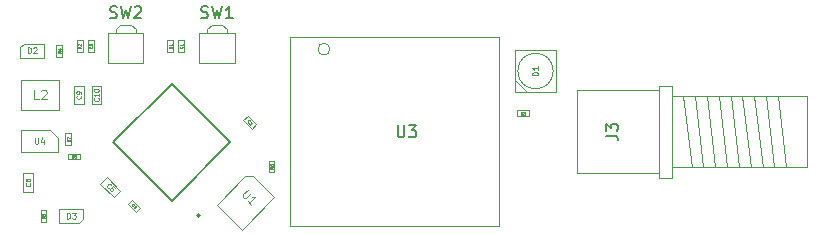
<source format=gbr>
%TF.GenerationSoftware,KiCad,Pcbnew,(5.1.9)-1*%
%TF.CreationDate,2021-02-10T11:15:13+01:00*%
%TF.ProjectId,DynaLoRa_Dongle,44796e61-4c6f-4526-915f-446f6e676c65,rev?*%
%TF.SameCoordinates,Original*%
%TF.FileFunction,Other,Fab,Top*%
%FSLAX46Y46*%
G04 Gerber Fmt 4.6, Leading zero omitted, Abs format (unit mm)*
G04 Created by KiCad (PCBNEW (5.1.9)-1) date 2021-02-10 11:15:13*
%MOMM*%
%LPD*%
G01*
G04 APERTURE LIST*
%ADD10C,0.100000*%
%ADD11C,0.200000*%
%ADD12C,0.127000*%
%ADD13C,0.040000*%
%ADD14C,0.150000*%
%ADD15C,0.060000*%
%ADD16C,0.080000*%
%ADD17C,0.120000*%
%ADD18C,0.075000*%
G04 APERTURE END LIST*
D10*
%TO.C,C4*%
X33933377Y50422070D02*
X33226270Y51129177D01*
X34286930Y50775623D02*
X33933377Y50422070D01*
X33579823Y51482730D02*
X34286930Y50775623D01*
X33226270Y51129177D02*
X33579823Y51482730D01*
D11*
%TO.C,U2*%
X39331000Y50154202D02*
G75*
G03*
X39331000Y50154202I-100000J0D01*
G01*
D12*
X36982400Y61312347D02*
X41932147Y56362600D01*
X32032653Y56362600D02*
X36982400Y51412853D01*
X36982400Y61312347D02*
X32032653Y56362600D01*
X41932147Y56362600D02*
X36982400Y51412853D01*
D10*
%TO.C,J3*%
X78239400Y60751600D02*
X78239400Y53751600D01*
X78239400Y60751600D02*
X71239400Y60751600D01*
X71239400Y60751600D02*
X71239400Y53751600D01*
X78239400Y53751600D02*
X71239400Y53751600D01*
X90789400Y60251600D02*
X90789400Y54251600D01*
X90789400Y60251600D02*
X79359400Y60251600D01*
X90789400Y54251600D02*
X79359400Y54251600D01*
X78239400Y53351600D02*
X79359400Y53351600D01*
X79359400Y53351600D02*
X79359400Y61151600D01*
X79359400Y61151600D02*
X78239400Y61151600D01*
X78239400Y61151600D02*
X78239400Y53351600D01*
X80289400Y60251600D02*
X80989400Y54251600D01*
X81289400Y60251600D02*
X81989400Y54251600D01*
X82289400Y60251600D02*
X82989400Y54251600D01*
X83289400Y60251600D02*
X83989400Y54251600D01*
X84289400Y60251600D02*
X84989400Y54251600D01*
X85289400Y60251600D02*
X85989400Y54251600D01*
X86289400Y60251600D02*
X86989400Y54251600D01*
X87289400Y60251600D02*
X87989400Y54251600D01*
X88289400Y60251600D02*
X88989400Y54251600D01*
%TO.C,U3*%
X50349000Y64226200D02*
G75*
G03*
X50349000Y64226200I-500000J0D01*
G01*
X46999000Y65226200D02*
X64699000Y65226200D01*
X64699000Y65226200D02*
X64699000Y49226200D01*
X64699000Y49226200D02*
X46999000Y49226200D01*
X46999000Y49226200D02*
X46999000Y65226200D01*
%TO.C,C5*%
X31492557Y53375728D02*
X32623928Y52244357D01*
X30926872Y52810043D02*
X31492557Y53375728D01*
X32058243Y51678672D02*
X30926872Y52810043D01*
X32623928Y52244357D02*
X32058243Y51678672D01*
%TO.C,C6*%
X24415800Y53759000D02*
X25215800Y53759000D01*
X25215800Y53759000D02*
X25215800Y52159000D01*
X25215800Y52159000D02*
X24415800Y52159000D01*
X24415800Y52159000D02*
X24415800Y53759000D01*
%TO.C,C9*%
X29508400Y59550400D02*
X28708400Y59550400D01*
X28708400Y59550400D02*
X28708400Y61150400D01*
X28708400Y61150400D02*
X29508400Y61150400D01*
X29508400Y61150400D02*
X29508400Y59550400D01*
%TO.C,C10*%
X31007000Y61150400D02*
X31007000Y59550400D01*
X30207000Y61150400D02*
X31007000Y61150400D01*
X30207000Y59550400D02*
X30207000Y61150400D01*
X31007000Y59550400D02*
X30207000Y59550400D01*
%TO.C,D1*%
X67011600Y60632400D02*
X66011600Y61632400D01*
X69511600Y64132400D02*
X66011600Y64132400D01*
X66011600Y64132400D02*
X66011600Y60632400D01*
X66011600Y60632400D02*
X69511600Y60632400D01*
X69511600Y60632400D02*
X69511600Y64132400D01*
X69261600Y62382400D02*
G75*
G03*
X69261600Y62382400I-1500000J0D01*
G01*
%TO.C,D2*%
X26146000Y64709600D02*
X24446000Y64709600D01*
X24446000Y64709600D02*
X24146000Y64409600D01*
X24146000Y64409600D02*
X24146000Y63509600D01*
X24146000Y63509600D02*
X26146000Y63509600D01*
X26146000Y63509600D02*
X26146000Y64709600D01*
%TO.C,D3*%
X27448000Y50714200D02*
X27448000Y49514200D01*
X29448000Y50714200D02*
X27448000Y50714200D01*
X29448000Y49814200D02*
X29448000Y50714200D01*
X29148000Y49514200D02*
X29448000Y49814200D01*
X27448000Y49514200D02*
X29148000Y49514200D01*
%TO.C,L2*%
X24231800Y59100400D02*
X24231800Y61600400D01*
X24231800Y61600400D02*
X27431800Y61600400D01*
X27431800Y61600400D02*
X27431800Y59100400D01*
X27431800Y59100400D02*
X24231800Y59100400D01*
%TO.C,U1*%
X43863753Y53456767D02*
X43156647Y53456767D01*
X40761252Y51061372D02*
X43156647Y53456767D01*
X42882572Y48940052D02*
X40761252Y51061372D01*
X45631520Y51689000D02*
X42882572Y48940052D01*
X43863753Y53456767D02*
X45631520Y51689000D01*
%TO.C,U4*%
X26655600Y57364200D02*
X27305600Y56714200D01*
X27305600Y55564200D02*
X27305600Y56714200D01*
X26655600Y57364200D02*
X24205600Y57364200D01*
X24205600Y55564200D02*
X24205600Y57364200D01*
X27305600Y55564200D02*
X24205600Y55564200D01*
%TO.C,C1*%
X37519800Y64990600D02*
X38019800Y64990600D01*
X38019800Y64990600D02*
X38019800Y63990600D01*
X38019800Y63990600D02*
X37519800Y63990600D01*
X37519800Y63990600D02*
X37519800Y64990600D01*
%TO.C,C2*%
X29874400Y63990600D02*
X29874400Y64990600D01*
X30374400Y63990600D02*
X29874400Y63990600D01*
X30374400Y64990600D02*
X30374400Y63990600D01*
X29874400Y64990600D02*
X30374400Y64990600D01*
%TO.C,C3*%
X43030670Y58215777D02*
X43384223Y58569330D01*
X43384223Y58569330D02*
X44091330Y57862223D01*
X44091330Y57862223D02*
X43737777Y57508670D01*
X43737777Y57508670D02*
X43030670Y58215777D01*
%TO.C,R1*%
X37105400Y63990600D02*
X36605400Y63990600D01*
X36605400Y63990600D02*
X36605400Y64990600D01*
X36605400Y64990600D02*
X37105400Y64990600D01*
X37105400Y64990600D02*
X37105400Y63990600D01*
%TO.C,R2*%
X29434600Y63990600D02*
X28934600Y63990600D01*
X28934600Y63990600D02*
X28934600Y64990600D01*
X28934600Y64990600D02*
X29434600Y64990600D01*
X29434600Y64990600D02*
X29434600Y63990600D01*
%TO.C,R3*%
X66194800Y59051000D02*
X67194800Y59051000D01*
X66194800Y58551000D02*
X66194800Y59051000D01*
X67194800Y58551000D02*
X66194800Y58551000D01*
X67194800Y59051000D02*
X67194800Y58551000D01*
%TO.C,R4*%
X27707400Y64609600D02*
X27707400Y63609600D01*
X27207400Y64609600D02*
X27707400Y64609600D01*
X27207400Y63609600D02*
X27207400Y64609600D01*
X27707400Y63609600D02*
X27207400Y63609600D01*
%TO.C,R5*%
X26361200Y49614200D02*
X25861200Y49614200D01*
X25861200Y49614200D02*
X25861200Y50614200D01*
X25861200Y50614200D02*
X26361200Y50614200D01*
X26361200Y50614200D02*
X26361200Y49614200D01*
%TO.C,R6*%
X45665200Y54805200D02*
X45665200Y53805200D01*
X45165200Y54805200D02*
X45665200Y54805200D01*
X45165200Y53805200D02*
X45165200Y54805200D01*
X45665200Y53805200D02*
X45165200Y53805200D01*
%TO.C,R7*%
X27969400Y56116600D02*
X27969400Y57116600D01*
X28469400Y56116600D02*
X27969400Y56116600D01*
X28469400Y57116600D02*
X28469400Y56116600D01*
X27969400Y57116600D02*
X28469400Y57116600D01*
%TO.C,R8*%
X28179000Y54893400D02*
X28179000Y55393400D01*
X28179000Y55393400D02*
X29179000Y55393400D01*
X29179000Y55393400D02*
X29179000Y54893400D01*
X29179000Y54893400D02*
X28179000Y54893400D01*
%TO.C,SW1*%
X39292400Y63062800D02*
X39292400Y65562800D01*
X42292400Y63062800D02*
X39292400Y63062800D01*
X42292400Y65562800D02*
X42292400Y63062800D01*
X39292400Y65562800D02*
X42292400Y65562800D01*
X41642400Y65962800D02*
X41642400Y65562800D01*
X41242400Y66262800D02*
X41642400Y65962800D01*
X40342400Y66262800D02*
X41242400Y66262800D01*
X39942400Y65962800D02*
X40342400Y66262800D01*
X39942400Y65562800D02*
X39942400Y65962800D01*
%TO.C,SW2*%
X32220800Y65562800D02*
X32220800Y65962800D01*
X32220800Y65962800D02*
X32620800Y66262800D01*
X32620800Y66262800D02*
X33520800Y66262800D01*
X33520800Y66262800D02*
X33920800Y65962800D01*
X33920800Y65962800D02*
X33920800Y65562800D01*
X31570800Y65562800D02*
X34570800Y65562800D01*
X34570800Y65562800D02*
X34570800Y63062800D01*
X34570800Y63062800D02*
X31570800Y63062800D01*
X31570800Y63062800D02*
X31570800Y65562800D01*
%TD*%
%TO.C,C4*%
D13*
X33664002Y50918728D02*
X33647166Y50918728D01*
X33613495Y50935564D01*
X33596659Y50952400D01*
X33579823Y50986071D01*
X33579823Y51019743D01*
X33588241Y51044997D01*
X33613495Y51087087D01*
X33638748Y51112340D01*
X33680838Y51137594D01*
X33706092Y51146012D01*
X33739764Y51146012D01*
X33773435Y51129176D01*
X33790271Y51112340D01*
X33807107Y51078669D01*
X33807107Y51061833D01*
X33916540Y50868220D02*
X33798689Y50750369D01*
X33941794Y50977653D02*
X33773435Y50893474D01*
X33882869Y50784041D01*
%TO.C,J3*%
D14*
X73741780Y56918266D02*
X74456066Y56918266D01*
X74598923Y56870647D01*
X74694161Y56775409D01*
X74741780Y56632552D01*
X74741780Y56537314D01*
X73741780Y57299219D02*
X73741780Y57918266D01*
X74122733Y57584933D01*
X74122733Y57727790D01*
X74170352Y57823028D01*
X74217971Y57870647D01*
X74313209Y57918266D01*
X74551304Y57918266D01*
X74646542Y57870647D01*
X74694161Y57823028D01*
X74741780Y57727790D01*
X74741780Y57442076D01*
X74694161Y57346838D01*
X74646542Y57299219D01*
%TO.C,U3*%
X56087095Y57773819D02*
X56087095Y56964295D01*
X56134714Y56869057D01*
X56182333Y56821438D01*
X56277571Y56773819D01*
X56468047Y56773819D01*
X56563285Y56821438D01*
X56610904Y56869057D01*
X56658523Y56964295D01*
X56658523Y57773819D01*
X57039476Y57773819D02*
X57658523Y57773819D01*
X57325190Y57392866D01*
X57468047Y57392866D01*
X57563285Y57345247D01*
X57610904Y57297628D01*
X57658523Y57202390D01*
X57658523Y56964295D01*
X57610904Y56869057D01*
X57563285Y56821438D01*
X57468047Y56773819D01*
X57182333Y56773819D01*
X57087095Y56821438D01*
X57039476Y56869057D01*
%TO.C,C5*%
D15*
X31627244Y52473325D02*
X31600306Y52473325D01*
X31546432Y52500262D01*
X31519494Y52527200D01*
X31492557Y52581074D01*
X31492557Y52634949D01*
X31506025Y52675355D01*
X31546432Y52742699D01*
X31586838Y52783105D01*
X31654181Y52823511D01*
X31694587Y52836980D01*
X31748462Y52836980D01*
X31802337Y52810042D01*
X31829274Y52783105D01*
X31856212Y52729230D01*
X31856212Y52702293D01*
X32139054Y52473325D02*
X32004367Y52608012D01*
X31856212Y52486793D01*
X31883149Y52486793D01*
X31923555Y52473325D01*
X31990899Y52405981D01*
X32004367Y52365575D01*
X32004367Y52338638D01*
X31990899Y52298232D01*
X31923555Y52230888D01*
X31883149Y52217419D01*
X31856212Y52217419D01*
X31815806Y52230888D01*
X31748462Y52298232D01*
X31734993Y52338638D01*
X31734993Y52365575D01*
%TO.C,C6*%
X24958657Y52892333D02*
X24977704Y52873285D01*
X24996752Y52816142D01*
X24996752Y52778047D01*
X24977704Y52720904D01*
X24939609Y52682809D01*
X24901514Y52663761D01*
X24825323Y52644714D01*
X24768180Y52644714D01*
X24691990Y52663761D01*
X24653895Y52682809D01*
X24615800Y52720904D01*
X24596752Y52778047D01*
X24596752Y52816142D01*
X24615800Y52873285D01*
X24634847Y52892333D01*
X24596752Y53235190D02*
X24596752Y53159000D01*
X24615800Y53120904D01*
X24634847Y53101857D01*
X24691990Y53063761D01*
X24768180Y53044714D01*
X24920561Y53044714D01*
X24958657Y53063761D01*
X24977704Y53082809D01*
X24996752Y53120904D01*
X24996752Y53197095D01*
X24977704Y53235190D01*
X24958657Y53254238D01*
X24920561Y53273285D01*
X24825323Y53273285D01*
X24787228Y53254238D01*
X24768180Y53235190D01*
X24749133Y53197095D01*
X24749133Y53120904D01*
X24768180Y53082809D01*
X24787228Y53063761D01*
X24825323Y53044714D01*
%TO.C,C9*%
X29251257Y60283733D02*
X29270304Y60264685D01*
X29289352Y60207542D01*
X29289352Y60169447D01*
X29270304Y60112304D01*
X29232209Y60074209D01*
X29194114Y60055161D01*
X29117923Y60036114D01*
X29060780Y60036114D01*
X28984590Y60055161D01*
X28946495Y60074209D01*
X28908400Y60112304D01*
X28889352Y60169447D01*
X28889352Y60207542D01*
X28908400Y60264685D01*
X28927447Y60283733D01*
X29289352Y60474209D02*
X29289352Y60550400D01*
X29270304Y60588495D01*
X29251257Y60607542D01*
X29194114Y60645638D01*
X29117923Y60664685D01*
X28965542Y60664685D01*
X28927447Y60645638D01*
X28908400Y60626590D01*
X28889352Y60588495D01*
X28889352Y60512304D01*
X28908400Y60474209D01*
X28927447Y60455161D01*
X28965542Y60436114D01*
X29060780Y60436114D01*
X29098876Y60455161D01*
X29117923Y60474209D01*
X29136971Y60512304D01*
X29136971Y60588495D01*
X29117923Y60626590D01*
X29098876Y60645638D01*
X29060780Y60664685D01*
%TO.C,C10*%
X30749857Y60093257D02*
X30768904Y60074209D01*
X30787952Y60017066D01*
X30787952Y59978971D01*
X30768904Y59921828D01*
X30730809Y59883733D01*
X30692714Y59864685D01*
X30616523Y59845638D01*
X30559380Y59845638D01*
X30483190Y59864685D01*
X30445095Y59883733D01*
X30407000Y59921828D01*
X30387952Y59978971D01*
X30387952Y60017066D01*
X30407000Y60074209D01*
X30426047Y60093257D01*
X30787952Y60474209D02*
X30787952Y60245638D01*
X30787952Y60359923D02*
X30387952Y60359923D01*
X30445095Y60321828D01*
X30483190Y60283733D01*
X30502238Y60245638D01*
X30387952Y60721828D02*
X30387952Y60759923D01*
X30407000Y60798019D01*
X30426047Y60817066D01*
X30464142Y60836114D01*
X30540333Y60855161D01*
X30635571Y60855161D01*
X30711761Y60836114D01*
X30749857Y60817066D01*
X30768904Y60798019D01*
X30787952Y60759923D01*
X30787952Y60721828D01*
X30768904Y60683733D01*
X30749857Y60664685D01*
X30711761Y60645638D01*
X30635571Y60626590D01*
X30540333Y60626590D01*
X30464142Y60645638D01*
X30426047Y60664685D01*
X30407000Y60683733D01*
X30387952Y60721828D01*
%TO.C,D1*%
D10*
X67987790Y62013352D02*
X67487790Y62013352D01*
X67487790Y62132400D01*
X67511600Y62203828D01*
X67559219Y62251447D01*
X67606838Y62275257D01*
X67702076Y62299066D01*
X67773504Y62299066D01*
X67868742Y62275257D01*
X67916361Y62251447D01*
X67963980Y62203828D01*
X67987790Y62132400D01*
X67987790Y62013352D01*
X67987790Y62775257D02*
X67987790Y62489542D01*
X67987790Y62632400D02*
X67487790Y62632400D01*
X67559219Y62584780D01*
X67606838Y62537161D01*
X67630647Y62489542D01*
%TO.C,D2*%
D16*
X24776952Y63883409D02*
X24776952Y64383409D01*
X24896000Y64383409D01*
X24967428Y64359600D01*
X25015047Y64311980D01*
X25038857Y64264361D01*
X25062666Y64169123D01*
X25062666Y64097695D01*
X25038857Y64002457D01*
X25015047Y63954838D01*
X24967428Y63907219D01*
X24896000Y63883409D01*
X24776952Y63883409D01*
X25253142Y64335790D02*
X25276952Y64359600D01*
X25324571Y64383409D01*
X25443619Y64383409D01*
X25491238Y64359600D01*
X25515047Y64335790D01*
X25538857Y64288171D01*
X25538857Y64240552D01*
X25515047Y64169123D01*
X25229333Y63883409D01*
X25538857Y63883409D01*
%TO.C,D3*%
X28078952Y49888009D02*
X28078952Y50388009D01*
X28198000Y50388009D01*
X28269428Y50364200D01*
X28317047Y50316580D01*
X28340857Y50268961D01*
X28364666Y50173723D01*
X28364666Y50102295D01*
X28340857Y50007057D01*
X28317047Y49959438D01*
X28269428Y49911819D01*
X28198000Y49888009D01*
X28078952Y49888009D01*
X28531333Y50388009D02*
X28840857Y50388009D01*
X28674190Y50197533D01*
X28745619Y50197533D01*
X28793238Y50173723D01*
X28817047Y50149914D01*
X28840857Y50102295D01*
X28840857Y49983247D01*
X28817047Y49935628D01*
X28793238Y49911819D01*
X28745619Y49888009D01*
X28602761Y49888009D01*
X28555142Y49911819D01*
X28531333Y49935628D01*
%TO.C,L2*%
D17*
X25698466Y59988495D02*
X25317514Y59988495D01*
X25317514Y60788495D01*
X25927038Y60712304D02*
X25965133Y60750400D01*
X26041323Y60788495D01*
X26231800Y60788495D01*
X26307990Y60750400D01*
X26346085Y60712304D01*
X26384180Y60636114D01*
X26384180Y60559923D01*
X26346085Y60445638D01*
X25888942Y59988495D01*
X26384180Y59988495D01*
%TO.C,U1*%
D10*
X43404133Y52337181D02*
X43003440Y51936487D01*
X42979869Y51865776D01*
X42979869Y51818636D01*
X43003440Y51747925D01*
X43097721Y51653644D01*
X43168431Y51630074D01*
X43215572Y51630074D01*
X43286282Y51653644D01*
X43686976Y52054338D01*
X43686976Y51064389D02*
X43404133Y51347231D01*
X43545555Y51205810D02*
X44040530Y51700785D01*
X43922678Y51677214D01*
X43828398Y51677214D01*
X43757687Y51700785D01*
%TO.C,U4*%
D18*
X25374647Y56738009D02*
X25374647Y56333247D01*
X25398457Y56285628D01*
X25422266Y56261819D01*
X25469885Y56238009D01*
X25565123Y56238009D01*
X25612742Y56261819D01*
X25636552Y56285628D01*
X25660361Y56333247D01*
X25660361Y56738009D01*
X26112742Y56571342D02*
X26112742Y56238009D01*
X25993695Y56761819D02*
X25874647Y56404676D01*
X26184171Y56404676D01*
%TO.C,C1*%
D13*
X37859085Y64448933D02*
X37870990Y64437028D01*
X37882895Y64401314D01*
X37882895Y64377504D01*
X37870990Y64341790D01*
X37847180Y64317980D01*
X37823371Y64306076D01*
X37775752Y64294171D01*
X37740038Y64294171D01*
X37692419Y64306076D01*
X37668609Y64317980D01*
X37644800Y64341790D01*
X37632895Y64377504D01*
X37632895Y64401314D01*
X37644800Y64437028D01*
X37656704Y64448933D01*
X37882895Y64687028D02*
X37882895Y64544171D01*
X37882895Y64615600D02*
X37632895Y64615600D01*
X37668609Y64591790D01*
X37692419Y64567980D01*
X37704323Y64544171D01*
%TO.C,C2*%
X30213685Y64448933D02*
X30225590Y64437028D01*
X30237495Y64401314D01*
X30237495Y64377504D01*
X30225590Y64341790D01*
X30201780Y64317980D01*
X30177971Y64306076D01*
X30130352Y64294171D01*
X30094638Y64294171D01*
X30047019Y64306076D01*
X30023209Y64317980D01*
X29999400Y64341790D01*
X29987495Y64377504D01*
X29987495Y64401314D01*
X29999400Y64437028D01*
X30011304Y64448933D01*
X30011304Y64544171D02*
X29999400Y64556076D01*
X29987495Y64579885D01*
X29987495Y64639409D01*
X29999400Y64663219D01*
X30011304Y64675123D01*
X30035114Y64687028D01*
X30058923Y64687028D01*
X30094638Y64675123D01*
X30237495Y64532266D01*
X30237495Y64687028D01*
%TO.C,C3*%
X43468402Y58005328D02*
X43451566Y58005328D01*
X43417895Y58022164D01*
X43401059Y58039000D01*
X43384223Y58072671D01*
X43384223Y58106343D01*
X43392641Y58131597D01*
X43417895Y58173687D01*
X43443148Y58198940D01*
X43485238Y58224194D01*
X43510492Y58232612D01*
X43544164Y58232612D01*
X43577835Y58215776D01*
X43594671Y58198940D01*
X43611507Y58165269D01*
X43611507Y58148433D01*
X43687269Y58106343D02*
X43796702Y57996910D01*
X43670433Y57988492D01*
X43695687Y57963238D01*
X43704104Y57937984D01*
X43704104Y57921148D01*
X43695687Y57895895D01*
X43653597Y57853805D01*
X43628343Y57845387D01*
X43611507Y57845387D01*
X43586253Y57853805D01*
X43535746Y57904312D01*
X43527328Y57929566D01*
X43527328Y57946402D01*
%TO.C,R1*%
X36968495Y64448933D02*
X36849447Y64365600D01*
X36968495Y64306076D02*
X36718495Y64306076D01*
X36718495Y64401314D01*
X36730400Y64425123D01*
X36742304Y64437028D01*
X36766114Y64448933D01*
X36801828Y64448933D01*
X36825638Y64437028D01*
X36837542Y64425123D01*
X36849447Y64401314D01*
X36849447Y64306076D01*
X36968495Y64687028D02*
X36968495Y64544171D01*
X36968495Y64615600D02*
X36718495Y64615600D01*
X36754209Y64591790D01*
X36778019Y64567980D01*
X36789923Y64544171D01*
%TO.C,R2*%
X29297695Y64448933D02*
X29178647Y64365600D01*
X29297695Y64306076D02*
X29047695Y64306076D01*
X29047695Y64401314D01*
X29059600Y64425123D01*
X29071504Y64437028D01*
X29095314Y64448933D01*
X29131028Y64448933D01*
X29154838Y64437028D01*
X29166742Y64425123D01*
X29178647Y64401314D01*
X29178647Y64306076D01*
X29071504Y64544171D02*
X29059600Y64556076D01*
X29047695Y64579885D01*
X29047695Y64639409D01*
X29059600Y64663219D01*
X29071504Y64675123D01*
X29095314Y64687028D01*
X29119123Y64687028D01*
X29154838Y64675123D01*
X29297695Y64532266D01*
X29297695Y64687028D01*
%TO.C,R3*%
X66653133Y58687904D02*
X66569800Y58806952D01*
X66510276Y58687904D02*
X66510276Y58937904D01*
X66605514Y58937904D01*
X66629323Y58926000D01*
X66641228Y58914095D01*
X66653133Y58890285D01*
X66653133Y58854571D01*
X66641228Y58830761D01*
X66629323Y58818857D01*
X66605514Y58806952D01*
X66510276Y58806952D01*
X66736466Y58937904D02*
X66891228Y58937904D01*
X66807895Y58842666D01*
X66843609Y58842666D01*
X66867419Y58830761D01*
X66879323Y58818857D01*
X66891228Y58795047D01*
X66891228Y58735523D01*
X66879323Y58711714D01*
X66867419Y58699809D01*
X66843609Y58687904D01*
X66772180Y58687904D01*
X66748371Y58699809D01*
X66736466Y58711714D01*
%TO.C,R4*%
X27570495Y64067933D02*
X27451447Y63984600D01*
X27570495Y63925076D02*
X27320495Y63925076D01*
X27320495Y64020314D01*
X27332400Y64044123D01*
X27344304Y64056028D01*
X27368114Y64067933D01*
X27403828Y64067933D01*
X27427638Y64056028D01*
X27439542Y64044123D01*
X27451447Y64020314D01*
X27451447Y63925076D01*
X27403828Y64282219D02*
X27570495Y64282219D01*
X27308590Y64222695D02*
X27487161Y64163171D01*
X27487161Y64317933D01*
%TO.C,R5*%
X26224295Y50072533D02*
X26105247Y49989200D01*
X26224295Y49929676D02*
X25974295Y49929676D01*
X25974295Y50024914D01*
X25986200Y50048723D01*
X25998104Y50060628D01*
X26021914Y50072533D01*
X26057628Y50072533D01*
X26081438Y50060628D01*
X26093342Y50048723D01*
X26105247Y50024914D01*
X26105247Y49929676D01*
X25974295Y50298723D02*
X25974295Y50179676D01*
X26093342Y50167771D01*
X26081438Y50179676D01*
X26069533Y50203485D01*
X26069533Y50263009D01*
X26081438Y50286819D01*
X26093342Y50298723D01*
X26117152Y50310628D01*
X26176676Y50310628D01*
X26200485Y50298723D01*
X26212390Y50286819D01*
X26224295Y50263009D01*
X26224295Y50203485D01*
X26212390Y50179676D01*
X26200485Y50167771D01*
%TO.C,R6*%
X45528295Y54263533D02*
X45409247Y54180200D01*
X45528295Y54120676D02*
X45278295Y54120676D01*
X45278295Y54215914D01*
X45290200Y54239723D01*
X45302104Y54251628D01*
X45325914Y54263533D01*
X45361628Y54263533D01*
X45385438Y54251628D01*
X45397342Y54239723D01*
X45409247Y54215914D01*
X45409247Y54120676D01*
X45278295Y54477819D02*
X45278295Y54430200D01*
X45290200Y54406390D01*
X45302104Y54394485D01*
X45337819Y54370676D01*
X45385438Y54358771D01*
X45480676Y54358771D01*
X45504485Y54370676D01*
X45516390Y54382580D01*
X45528295Y54406390D01*
X45528295Y54454009D01*
X45516390Y54477819D01*
X45504485Y54489723D01*
X45480676Y54501628D01*
X45421152Y54501628D01*
X45397342Y54489723D01*
X45385438Y54477819D01*
X45373533Y54454009D01*
X45373533Y54406390D01*
X45385438Y54382580D01*
X45397342Y54370676D01*
X45421152Y54358771D01*
%TO.C,R7*%
X28332495Y56574933D02*
X28213447Y56491600D01*
X28332495Y56432076D02*
X28082495Y56432076D01*
X28082495Y56527314D01*
X28094400Y56551123D01*
X28106304Y56563028D01*
X28130114Y56574933D01*
X28165828Y56574933D01*
X28189638Y56563028D01*
X28201542Y56551123D01*
X28213447Y56527314D01*
X28213447Y56432076D01*
X28082495Y56658266D02*
X28082495Y56824933D01*
X28332495Y56717790D01*
%TO.C,R8*%
X28637333Y55030304D02*
X28554000Y55149352D01*
X28494476Y55030304D02*
X28494476Y55280304D01*
X28589714Y55280304D01*
X28613523Y55268400D01*
X28625428Y55256495D01*
X28637333Y55232685D01*
X28637333Y55196971D01*
X28625428Y55173161D01*
X28613523Y55161257D01*
X28589714Y55149352D01*
X28494476Y55149352D01*
X28780190Y55173161D02*
X28756380Y55185066D01*
X28744476Y55196971D01*
X28732571Y55220780D01*
X28732571Y55232685D01*
X28744476Y55256495D01*
X28756380Y55268400D01*
X28780190Y55280304D01*
X28827809Y55280304D01*
X28851619Y55268400D01*
X28863523Y55256495D01*
X28875428Y55232685D01*
X28875428Y55220780D01*
X28863523Y55196971D01*
X28851619Y55185066D01*
X28827809Y55173161D01*
X28780190Y55173161D01*
X28756380Y55161257D01*
X28744476Y55149352D01*
X28732571Y55125542D01*
X28732571Y55077923D01*
X28744476Y55054114D01*
X28756380Y55042209D01*
X28780190Y55030304D01*
X28827809Y55030304D01*
X28851619Y55042209D01*
X28863523Y55054114D01*
X28875428Y55077923D01*
X28875428Y55125542D01*
X28863523Y55149352D01*
X28851619Y55161257D01*
X28827809Y55173161D01*
%TO.C,SW1*%
D14*
X39459066Y66908038D02*
X39601923Y66860419D01*
X39840019Y66860419D01*
X39935257Y66908038D01*
X39982876Y66955657D01*
X40030495Y67050895D01*
X40030495Y67146133D01*
X39982876Y67241371D01*
X39935257Y67288990D01*
X39840019Y67336609D01*
X39649542Y67384228D01*
X39554304Y67431847D01*
X39506685Y67479466D01*
X39459066Y67574704D01*
X39459066Y67669942D01*
X39506685Y67765180D01*
X39554304Y67812800D01*
X39649542Y67860419D01*
X39887638Y67860419D01*
X40030495Y67812800D01*
X40363828Y67860419D02*
X40601923Y66860419D01*
X40792400Y67574704D01*
X40982876Y66860419D01*
X41220971Y67860419D01*
X42125733Y66860419D02*
X41554304Y66860419D01*
X41840019Y66860419D02*
X41840019Y67860419D01*
X41744780Y67717561D01*
X41649542Y67622323D01*
X41554304Y67574704D01*
%TO.C,SW2*%
X31737466Y66908038D02*
X31880323Y66860419D01*
X32118419Y66860419D01*
X32213657Y66908038D01*
X32261276Y66955657D01*
X32308895Y67050895D01*
X32308895Y67146133D01*
X32261276Y67241371D01*
X32213657Y67288990D01*
X32118419Y67336609D01*
X31927942Y67384228D01*
X31832704Y67431847D01*
X31785085Y67479466D01*
X31737466Y67574704D01*
X31737466Y67669942D01*
X31785085Y67765180D01*
X31832704Y67812800D01*
X31927942Y67860419D01*
X32166038Y67860419D01*
X32308895Y67812800D01*
X32642228Y67860419D02*
X32880323Y66860419D01*
X33070800Y67574704D01*
X33261276Y66860419D01*
X33499371Y67860419D01*
X33832704Y67765180D02*
X33880323Y67812800D01*
X33975561Y67860419D01*
X34213657Y67860419D01*
X34308895Y67812800D01*
X34356514Y67765180D01*
X34404133Y67669942D01*
X34404133Y67574704D01*
X34356514Y67431847D01*
X33785085Y66860419D01*
X34404133Y66860419D01*
%TD*%
M02*

</source>
